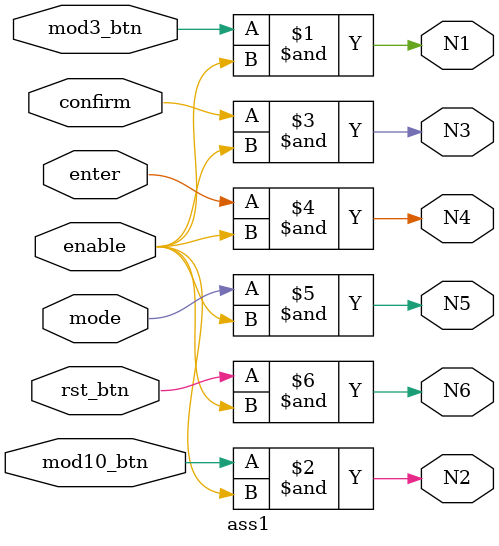
<source format=v>
`timescale 1ns / 1ps

module ass1(
input enable,mod3_btn, mod10_btn, confirm, enter, mode, rst_btn,
output  N1, N2, N3, N4, N5, N6
    );
    
   and (N1, mod3_btn, enable);
   and (N2, mod10_btn, enable);
   and (N3, confirm, enable);
   and (N4, enter, enable);
   and (N5, mode, enable);
   and (N6, rst_btn, enable);
   
endmodule

</source>
